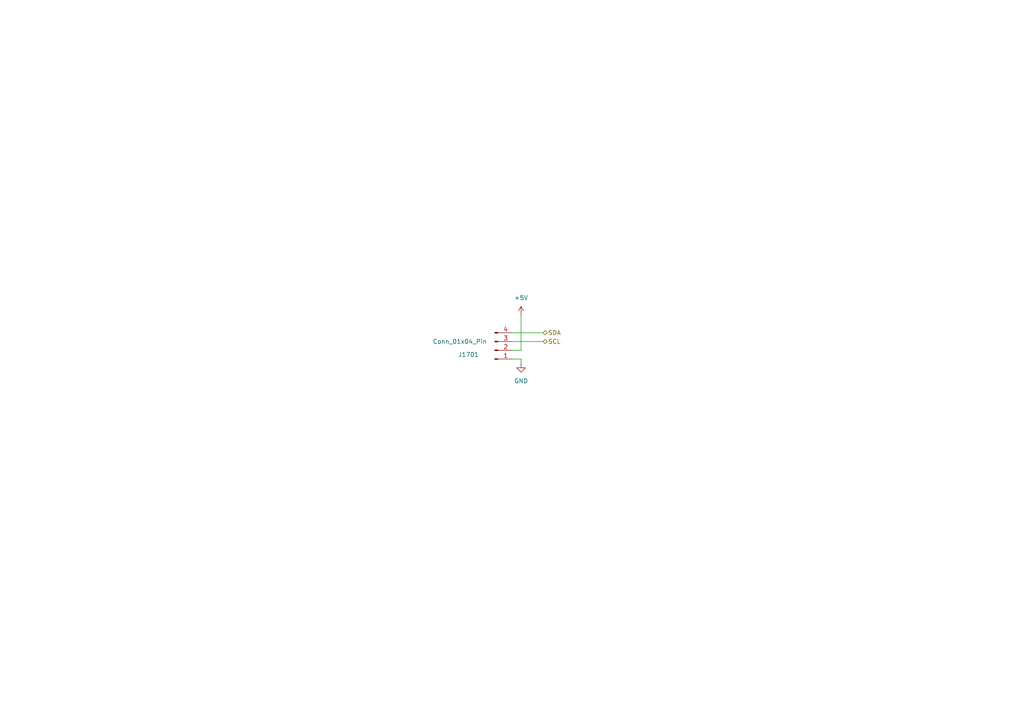
<source format=kicad_sch>
(kicad_sch (version 20231120) (generator "eeschema") (generator_version "8.0")
  (paper "A4")
  (lib_symbols
    (symbol "Connector:Conn_01x04_Pin" (pin_names (offset 1.016) hide)
      (property "Reference" "J" (at 0 5.08 0))
      (property "Value" "Conn_01x04_Pin" (at 0 -7.62 0))
      (symbol "Conn_01x04_Pin_1_1"
        (polyline (pts (xy 1.27 -5.08) (xy 0.8636 -5.08)) (stroke (width 0.1524)))
        (polyline (pts (xy 1.27 -2.54) (xy 0.8636 -2.54)) (stroke (width 0.1524)))
        (polyline (pts (xy 1.27 0) (xy 0.8636 0)) (stroke (width 0.1524)))
        (polyline (pts (xy 1.27 2.54) (xy 0.8636 2.54)) (stroke (width 0.1524)))
        (rectangle (start 0.8636 -4.953) (end 0 -5.207) (stroke (width 0.1524)) (fill (type outline)))
        (rectangle (start 0.8636 -2.413) (end 0 -2.667) (stroke (width 0.1524)) (fill (type outline)))
        (rectangle (start 0.8636 0.127) (end 0 -0.127) (stroke (width 0.1524)) (fill (type outline)))
        (rectangle (start 0.8636 2.667) (end 0 2.413) (stroke (width 0.1524)) (fill (type outline)))
        (pin passive line (at 5.08 2.54 180) (length 3.81) (name "Pin_1") (number "1"))
        (pin passive line (at 5.08 0 180) (length 3.81) (name "Pin_2") (number "2"))
        (pin passive line (at 5.08 -2.54 180) (length 3.81) (name "Pin_3") (number "3"))
        (pin passive line (at 5.08 -5.08 180) (length 3.81) (name "Pin_4") (number "4"))
      )
    )
    (symbol "power:+5V" (power) (pin_names (offset 0))
      (property "Value" "+5V" (at 0 3.556 0))
      (symbol "+5V_0_1"
        (polyline (pts (xy -0.762 1.27) (xy 0 2.54)))
        (polyline (pts (xy 0 0) (xy 0 2.54)))
        (polyline (pts (xy 0 2.54) (xy 0.762 1.27)))
      )
      (symbol "+5V_1_1"
        (pin power_in line (at 0 0 90) (length 0) hide (name "+5V") (number "1"))
      )
    )
    (symbol "power:GND" (power) (pin_names (offset 0))
      (property "Value" "GND" (at 0 -3.81 0))
      (symbol "GND_0_1"
        (polyline (pts (xy 0 0) (xy 0 -1.27) (xy 1.27 -1.27) (xy 0 -2.54) (xy -1.27 -1.27) (xy 0 -1.27)))
      )
      (symbol "GND_1_1"
        (pin power_in line (at 0 0 270) (length 0) hide (name "GND") (number "1"))
      )
    )
  )
  (wire (pts (xy 151.13 101.6) (xy 148.59 101.6)))
  (wire (pts (xy 148.59 96.52) (xy 157.48 96.52)))
  (wire (pts (xy 148.59 99.06) (xy 157.48 99.06)))
  (wire (pts (xy 151.13 91.44) (xy 151.13 101.6)))
  (wire (pts (xy 151.13 105.41) (xy 151.13 104.14)))
  (wire (pts (xy 151.13 104.14) (xy 148.59 104.14)))
  (hierarchical_label "SCL" (shape bidirectional) (at 157.48 99.06 0))
  (hierarchical_label "SDA" (shape bidirectional) (at 157.48 96.52 0))
  (symbol (lib_id "power:GND") (at 151.13 105.41 0) (unit 1)
    (property "Reference" "#PWR01701" (effects (hide yes)))
    (property "Value" "GND" (at 151.13 110.49 0))
  )
  (symbol (lib_id "power:+5V") (at 151.13 91.44 0) (unit 1)
    (property "Reference" "#PWR01702" (effects (hide yes)))
    (property "Value" "+5V" (at 151.13 86.36 0))
  )
  (symbol (lib_id "Connector:Conn_01x04_Pin") (at 143.51 101.6 0) (mirror x) (unit 1)
    (property "Reference" "J1701" (at 135.89 102.87 0))
    (property "Value" "Conn_01x04_Pin" (at 133.35 99.06 0))
    (property "Footprint" "custom_kicad_lib_sk:128x64OLED" (effects (hide yes)))
  )
)
</source>
